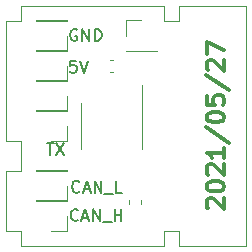
<source format=gbr>
%TF.GenerationSoftware,KiCad,Pcbnew,(5.1.9)-1*%
%TF.CreationDate,2021-05-27T15:02:39+02:00*%
%TF.ProjectId,15_XCAN,31355f58-4341-44e2-9e6b-696361645f70,rev?*%
%TF.SameCoordinates,Original*%
%TF.FileFunction,Legend,Top*%
%TF.FilePolarity,Positive*%
%FSLAX46Y46*%
G04 Gerber Fmt 4.6, Leading zero omitted, Abs format (unit mm)*
G04 Created by KiCad (PCBNEW (5.1.9)-1) date 2021-05-27 15:02:39*
%MOMM*%
%LPD*%
G01*
G04 APERTURE LIST*
%ADD10C,0.150000*%
%TA.AperFunction,Profile*%
%ADD11C,0.050000*%
%TD*%
%ADD12C,0.300000*%
%ADD13C,0.120000*%
G04 APERTURE END LIST*
D10*
X103759095Y-72604380D02*
X104330523Y-72604380D01*
X104044809Y-73604380D02*
X104044809Y-72604380D01*
X104568619Y-72604380D02*
X105235285Y-73604380D01*
X105235285Y-72604380D02*
X104568619Y-73604380D01*
X106402380Y-79097142D02*
X106354761Y-79144761D01*
X106211904Y-79192380D01*
X106116666Y-79192380D01*
X105973809Y-79144761D01*
X105878571Y-79049523D01*
X105830952Y-78954285D01*
X105783333Y-78763809D01*
X105783333Y-78620952D01*
X105830952Y-78430476D01*
X105878571Y-78335238D01*
X105973809Y-78240000D01*
X106116666Y-78192380D01*
X106211904Y-78192380D01*
X106354761Y-78240000D01*
X106402380Y-78287619D01*
X106783333Y-78906666D02*
X107259523Y-78906666D01*
X106688095Y-79192380D02*
X107021428Y-78192380D01*
X107354761Y-79192380D01*
X107688095Y-79192380D02*
X107688095Y-78192380D01*
X108259523Y-79192380D01*
X108259523Y-78192380D01*
X108497619Y-79287619D02*
X109259523Y-79287619D01*
X109497619Y-79192380D02*
X109497619Y-78192380D01*
X109497619Y-78668571D02*
X110069047Y-78668571D01*
X110069047Y-79192380D02*
X110069047Y-78192380D01*
X106521428Y-76684142D02*
X106473809Y-76731761D01*
X106330952Y-76779380D01*
X106235714Y-76779380D01*
X106092857Y-76731761D01*
X105997619Y-76636523D01*
X105950000Y-76541285D01*
X105902380Y-76350809D01*
X105902380Y-76207952D01*
X105950000Y-76017476D01*
X105997619Y-75922238D01*
X106092857Y-75827000D01*
X106235714Y-75779380D01*
X106330952Y-75779380D01*
X106473809Y-75827000D01*
X106521428Y-75874619D01*
X106902380Y-76493666D02*
X107378571Y-76493666D01*
X106807142Y-76779380D02*
X107140476Y-75779380D01*
X107473809Y-76779380D01*
X107807142Y-76779380D02*
X107807142Y-75779380D01*
X108378571Y-76779380D01*
X108378571Y-75779380D01*
X108616666Y-76874619D02*
X109378571Y-76874619D01*
X110092857Y-76779380D02*
X109616666Y-76779380D01*
X109616666Y-75779380D01*
X106235523Y-65619380D02*
X105759333Y-65619380D01*
X105711714Y-66095571D01*
X105759333Y-66047952D01*
X105854571Y-66000333D01*
X106092666Y-66000333D01*
X106187904Y-66047952D01*
X106235523Y-66095571D01*
X106283142Y-66190809D01*
X106283142Y-66428904D01*
X106235523Y-66524142D01*
X106187904Y-66571761D01*
X106092666Y-66619380D01*
X105854571Y-66619380D01*
X105759333Y-66571761D01*
X105711714Y-66524142D01*
X106568857Y-65619380D02*
X106902190Y-66619380D01*
X107235523Y-65619380D01*
D11*
X114935000Y-60960000D02*
X120650000Y-60960000D01*
X114935000Y-62230000D02*
X114935000Y-60960000D01*
X113665000Y-62230000D02*
X114935000Y-62230000D01*
X113665000Y-60960000D02*
X113665000Y-62230000D01*
X114935000Y-81280000D02*
X120650000Y-81280000D01*
X114935000Y-80010000D02*
X114935000Y-81280000D01*
X113665000Y-80010000D02*
X114935000Y-80010000D01*
X113665000Y-81280000D02*
X113665000Y-80010000D01*
X101600000Y-62230000D02*
X101600000Y-60960000D01*
X100330000Y-62230000D02*
X101600000Y-62230000D01*
X100330000Y-64770000D02*
X100330000Y-62230000D01*
X100330000Y-72390000D02*
X100330000Y-67310000D01*
X101600000Y-72390000D02*
X100330000Y-72390000D01*
X101600000Y-74930000D02*
X101600000Y-72390000D01*
X100330000Y-74930000D02*
X101600000Y-74930000D01*
D10*
X106299095Y-63000000D02*
X106203857Y-62952380D01*
X106061000Y-62952380D01*
X105918142Y-63000000D01*
X105822904Y-63095238D01*
X105775285Y-63190476D01*
X105727666Y-63380952D01*
X105727666Y-63523809D01*
X105775285Y-63714285D01*
X105822904Y-63809523D01*
X105918142Y-63904761D01*
X106061000Y-63952380D01*
X106156238Y-63952380D01*
X106299095Y-63904761D01*
X106346714Y-63857142D01*
X106346714Y-63523809D01*
X106156238Y-63523809D01*
X106775285Y-63952380D02*
X106775285Y-62952380D01*
X107346714Y-63952380D01*
X107346714Y-62952380D01*
X107822904Y-63952380D02*
X107822904Y-62952380D01*
X108061000Y-62952380D01*
X108203857Y-63000000D01*
X108299095Y-63095238D01*
X108346714Y-63190476D01*
X108394333Y-63380952D01*
X108394333Y-63523809D01*
X108346714Y-63714285D01*
X108299095Y-63809523D01*
X108203857Y-63904761D01*
X108061000Y-63952380D01*
X107822904Y-63952380D01*
D11*
X120650000Y-60960000D02*
X120650000Y-81280000D01*
X101600000Y-60960000D02*
X113665000Y-60960000D01*
X101600000Y-80010000D02*
X101600000Y-81280000D01*
X100330000Y-80010000D02*
X101600000Y-80010000D01*
X100330000Y-64770000D02*
X100330000Y-67310000D01*
X113665000Y-81280000D02*
X101600000Y-81280000D01*
X100330000Y-80010000D02*
X100330000Y-74930000D01*
D12*
X117431428Y-78120000D02*
X117360000Y-78048571D01*
X117288571Y-77905714D01*
X117288571Y-77548571D01*
X117360000Y-77405714D01*
X117431428Y-77334285D01*
X117574285Y-77262857D01*
X117717142Y-77262857D01*
X117931428Y-77334285D01*
X118788571Y-78191428D01*
X118788571Y-77262857D01*
X117288571Y-76334285D02*
X117288571Y-76191428D01*
X117360000Y-76048571D01*
X117431428Y-75977142D01*
X117574285Y-75905714D01*
X117860000Y-75834285D01*
X118217142Y-75834285D01*
X118502857Y-75905714D01*
X118645714Y-75977142D01*
X118717142Y-76048571D01*
X118788571Y-76191428D01*
X118788571Y-76334285D01*
X118717142Y-76477142D01*
X118645714Y-76548571D01*
X118502857Y-76620000D01*
X118217142Y-76691428D01*
X117860000Y-76691428D01*
X117574285Y-76620000D01*
X117431428Y-76548571D01*
X117360000Y-76477142D01*
X117288571Y-76334285D01*
X117431428Y-75262857D02*
X117360000Y-75191428D01*
X117288571Y-75048571D01*
X117288571Y-74691428D01*
X117360000Y-74548571D01*
X117431428Y-74477142D01*
X117574285Y-74405714D01*
X117717142Y-74405714D01*
X117931428Y-74477142D01*
X118788571Y-75334285D01*
X118788571Y-74405714D01*
X118788571Y-72977142D02*
X118788571Y-73834285D01*
X118788571Y-73405714D02*
X117288571Y-73405714D01*
X117502857Y-73548571D01*
X117645714Y-73691428D01*
X117717142Y-73834285D01*
X117217142Y-71262857D02*
X119145714Y-72548571D01*
X117288571Y-70477142D02*
X117288571Y-70334285D01*
X117360000Y-70191428D01*
X117431428Y-70120000D01*
X117574285Y-70048571D01*
X117860000Y-69977142D01*
X118217142Y-69977142D01*
X118502857Y-70048571D01*
X118645714Y-70120000D01*
X118717142Y-70191428D01*
X118788571Y-70334285D01*
X118788571Y-70477142D01*
X118717142Y-70620000D01*
X118645714Y-70691428D01*
X118502857Y-70762857D01*
X118217142Y-70834285D01*
X117860000Y-70834285D01*
X117574285Y-70762857D01*
X117431428Y-70691428D01*
X117360000Y-70620000D01*
X117288571Y-70477142D01*
X117288571Y-68620000D02*
X117288571Y-69334285D01*
X118002857Y-69405714D01*
X117931428Y-69334285D01*
X117860000Y-69191428D01*
X117860000Y-68834285D01*
X117931428Y-68691428D01*
X118002857Y-68620000D01*
X118145714Y-68548571D01*
X118502857Y-68548571D01*
X118645714Y-68620000D01*
X118717142Y-68691428D01*
X118788571Y-68834285D01*
X118788571Y-69191428D01*
X118717142Y-69334285D01*
X118645714Y-69405714D01*
X117217142Y-66834285D02*
X119145714Y-68120000D01*
X117431428Y-66405714D02*
X117360000Y-66334285D01*
X117288571Y-66191428D01*
X117288571Y-65834285D01*
X117360000Y-65691428D01*
X117431428Y-65620000D01*
X117574285Y-65548571D01*
X117717142Y-65548571D01*
X117931428Y-65620000D01*
X118788571Y-66477142D01*
X118788571Y-65548571D01*
X117288571Y-65048571D02*
X117288571Y-64048571D01*
X118788571Y-64691428D01*
D13*
%TO.C,J4*%
X105470000Y-67250000D02*
X102810000Y-67250000D01*
X105470000Y-67310000D02*
X105470000Y-67250000D01*
X102810000Y-67310000D02*
X102810000Y-67250000D01*
X105470000Y-67310000D02*
X102810000Y-67310000D01*
X105470000Y-68580000D02*
X105470000Y-69910000D01*
X105470000Y-69910000D02*
X104140000Y-69910000D01*
%TO.C,J1*%
X105470000Y-62170000D02*
X102810000Y-62170000D01*
X105470000Y-62230000D02*
X105470000Y-62170000D01*
X102810000Y-62230000D02*
X102810000Y-62170000D01*
X105470000Y-62230000D02*
X102810000Y-62230000D01*
X105470000Y-63500000D02*
X105470000Y-64830000D01*
X105470000Y-64830000D02*
X104140000Y-64830000D01*
%TO.C,J2*%
X105470000Y-64710000D02*
X102810000Y-64710000D01*
X105470000Y-64770000D02*
X105470000Y-64710000D01*
X102810000Y-64770000D02*
X102810000Y-64710000D01*
X105470000Y-64770000D02*
X102810000Y-64770000D01*
X105470000Y-66040000D02*
X105470000Y-67370000D01*
X105470000Y-67370000D02*
X104140000Y-67370000D01*
%TO.C,J3*%
X105470000Y-69790000D02*
X102810000Y-69790000D01*
X105470000Y-69850000D02*
X105470000Y-69790000D01*
X102810000Y-69850000D02*
X102810000Y-69790000D01*
X105470000Y-69850000D02*
X102810000Y-69850000D01*
X105470000Y-71120000D02*
X105470000Y-72450000D01*
X105470000Y-72450000D02*
X104140000Y-72450000D01*
%TO.C,R1*%
X110742000Y-77768267D02*
X110742000Y-77425733D01*
X111762000Y-77768267D02*
X111762000Y-77425733D01*
%TO.C,J5*%
X105470000Y-77410000D02*
X102810000Y-77410000D01*
X105470000Y-77470000D02*
X105470000Y-77410000D01*
X102810000Y-77470000D02*
X102810000Y-77410000D01*
X105470000Y-77470000D02*
X102810000Y-77470000D01*
X105470000Y-78740000D02*
X105470000Y-80070000D01*
X105470000Y-80070000D02*
X104140000Y-80070000D01*
%TO.C,C1*%
X109079420Y-65530000D02*
X109360580Y-65530000D01*
X109079420Y-66550000D02*
X109360580Y-66550000D01*
%TO.C,J6*%
X105470000Y-74870000D02*
X102810000Y-74870000D01*
X105470000Y-74930000D02*
X105470000Y-74870000D01*
X102810000Y-74930000D02*
X102810000Y-74870000D01*
X105470000Y-74930000D02*
X102810000Y-74930000D01*
X105470000Y-76200000D02*
X105470000Y-77530000D01*
X105470000Y-77530000D02*
X104140000Y-77530000D01*
%TO.C,U1*%
X106660000Y-71120000D02*
X106660000Y-73070000D01*
X106660000Y-71120000D02*
X106660000Y-69170000D01*
X111780000Y-71120000D02*
X111780000Y-73070000D01*
X111780000Y-71120000D02*
X111780000Y-67670000D01*
%TO.C,J7*%
X110430000Y-64830000D02*
X113090000Y-64830000D01*
X110430000Y-64770000D02*
X110430000Y-64830000D01*
X113090000Y-64770000D02*
X113090000Y-64830000D01*
X110430000Y-64770000D02*
X113090000Y-64770000D01*
X110430000Y-63500000D02*
X110430000Y-62170000D01*
X110430000Y-62170000D02*
X111760000Y-62170000D01*
%TD*%
M02*

</source>
